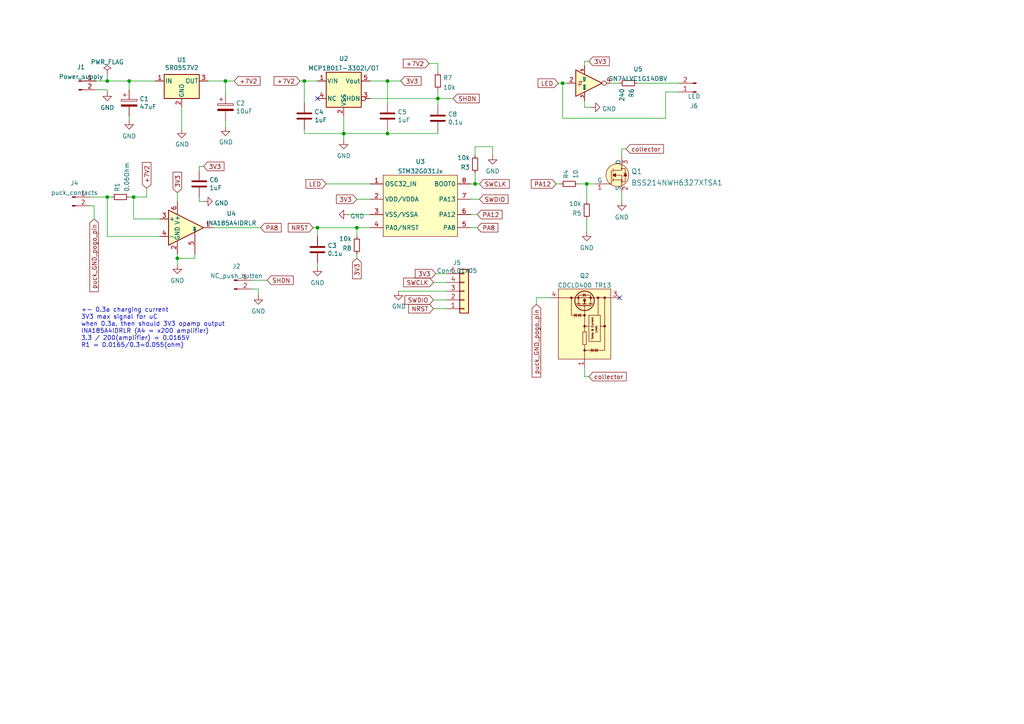
<source format=kicad_sch>
(kicad_sch (version 20211123) (generator eeschema)
  (paper "A4")
  (lib_symbols
    (symbol "74xGxx:SN74LVC1G14DBV"
      (property "Reference" "U" (at -2.54 5.08 0))
      (property "Value" "SN74LVC1G14DBV" (at 10.16 5.08 0))
      (symbol "SN74LVC1G14DBV_0_1"
        (polyline (pts (xy -1.016 0.508) (xy -0.508 0.508)))
        (polyline (pts (xy -2.54 3.81) (xy -2.54 -3.81) (xy 5.08 0) (xy -2.54 3.81)) (stroke (width 0.254)) (fill (type background)))
        (polyline (pts (xy -1.524 -0.508) (xy -1.524 0.508) (xy -1.016 0.508) (xy -1.016 -0.508) (xy -2.032 -0.508)))
        (circle (center 5.715 0) (radius 0.635))
      )
      (symbol "SN74LVC1G14DBV_1_1"
        (pin no_connect line (at 5.08 0 180) (length 2.54) hide (name "NC") (number "1"))
        (pin input line (at -5.08 0 0) (length 2.54) (name "~") (number "2"))
        (pin power_in line (at 0 -5.08 90) (length 2.54) (name "GND") (number "3"))
        (pin output line (at 7.62 0 180) (length 1.27) (name "~") (number "4"))
        (pin power_in line (at 0 5.08 270) (length 2.54) (name "VCC") (number "5"))
      )
    )
    (symbol "Amplifier_Current:INA181" (pin_names (offset 0.127))
      (property "Reference" "U" (at 3.81 3.81 0))
      (property "Value" "INA181" (at 3.81 -2.54 0))
      (symbol "INA181_0_1"
        (polyline (pts (xy 5.08 0) (xy -5.08 5.08) (xy -5.08 -5.08) (xy 5.08 0)) (stroke (width 0.254)) (fill (type background)))
      )
      (symbol "INA181_1_1"
        (pin output line (at 7.62 0 180) (length 2.54) (name "~") (number "1"))
        (pin power_in line (at -2.54 -7.62 90) (length 3.81) (name "GND") (number "2"))
        (pin input line (at -7.62 2.54 0) (length 2.54) (name "+") (number "3"))
        (pin input line (at -7.62 -2.54 0) (length 2.54) (name "-") (number "4"))
        (pin input line (at 2.54 -7.62 90) (length 6.35) (name "REF") (number "5"))
        (pin power_in line (at -2.54 7.62 270) (length 3.81) (name "V+") (number "6"))
      )
    )
    (symbol "Connector:Conn_01x02_Male" (pin_names (offset 1.016) hide)
      (property "Reference" "J" (at 0 2.54 0))
      (property "Value" "Conn_01x02_Male" (at 0 -5.08 0))
      (symbol "Conn_01x02_Male_1_1"
        (polyline (pts (xy 1.27 -2.54) (xy 0.8636 -2.54)) (stroke (width 0.1524)))
        (polyline (pts (xy 1.27 0) (xy 0.8636 0)) (stroke (width 0.1524)))
        (rectangle (start 0.8636 -2.413) (end 0 -2.667) (stroke (width 0.1524)) (fill (type outline)))
        (rectangle (start 0.8636 0.127) (end 0 -0.127) (stroke (width 0.1524)) (fill (type outline)))
        (pin passive line (at 5.08 0 180) (length 3.81) (name "Pin_1") (number "1"))
        (pin passive line (at 5.08 -2.54 180) (length 3.81) (name "Pin_2") (number "2"))
      )
    )
    (symbol "Connector_Generic:Conn_01x05" (pin_names (offset 1.016) hide)
      (property "Reference" "J" (at 0 7.62 0))
      (property "Value" "Conn_01x05" (at 0 -7.62 0))
      (symbol "Conn_01x05_1_1"
        (rectangle (start -1.27 -4.953) (end 0 -5.207) (stroke (width 0.1524)))
        (rectangle (start -1.27 -2.413) (end 0 -2.667) (stroke (width 0.1524)))
        (rectangle (start -1.27 0.127) (end 0 -0.127) (stroke (width 0.1524)))
        (rectangle (start -1.27 2.667) (end 0 2.413) (stroke (width 0.1524)))
        (rectangle (start -1.27 5.207) (end 0 4.953) (stroke (width 0.1524)))
        (rectangle (start -1.27 6.35) (end 1.27 -6.35) (stroke (width 0.254)) (fill (type background)))
        (pin passive line (at -5.08 5.08 0) (length 3.81) (name "Pin_1") (number "1"))
        (pin passive line (at -5.08 2.54 0) (length 3.81) (name "Pin_2") (number "2"))
        (pin passive line (at -5.08 0 0) (length 3.81) (name "Pin_3") (number "3"))
        (pin passive line (at -5.08 -2.54 0) (length 3.81) (name "Pin_4") (number "4"))
        (pin passive line (at -5.08 -5.08 0) (length 3.81) (name "Pin_5") (number "5"))
      )
    )
    (symbol "Device:C" (pin_numbers hide) (pin_names (offset 0.254))
      (property "Reference" "C" (at 0.635 2.54 0))
      (property "Value" "C" (at 0.635 -2.54 0))
      (symbol "C_0_1"
        (polyline (pts (xy -2.032 -0.762) (xy 2.032 -0.762)) (stroke (width 0.508)))
        (polyline (pts (xy -2.032 0.762) (xy 2.032 0.762)) (stroke (width 0.508)))
      )
      (symbol "C_1_1"
        (pin passive line (at 0 3.81 270) (length 2.794) (name "~") (number "1"))
        (pin passive line (at 0 -3.81 90) (length 2.794) (name "~") (number "2"))
      )
    )
    (symbol "Device:CP" (pin_numbers hide) (pin_names (offset 0.254))
      (property "Reference" "C" (at 0.635 2.54 0))
      (property "Value" "Device_CP" (at 0.635 -2.54 0))
      (symbol "CP_0_1"
        (rectangle (start -2.286 0.508) (end 2.286 1.016))
        (polyline (pts (xy -1.778 2.286) (xy -0.762 2.286)))
        (polyline (pts (xy -1.27 2.794) (xy -1.27 1.778)))
        (rectangle (start 2.286 -0.508) (end -2.286 -1.016) (fill (type outline)))
      )
      (symbol "CP_1_1"
        (pin passive line (at 0 3.81 270) (length 2.794) (name "~") (number "1"))
        (pin passive line (at 0 -3.81 90) (length 2.794) (name "~") (number "2"))
      )
    )
    (symbol "Device:R_Small" (pin_numbers hide) (pin_names (offset 0.254) hide)
      (property "Reference" "R" (at 0.762 0.508 0))
      (property "Value" "R_Small" (at 0.762 -1.016 0))
      (symbol "R_Small_0_1"
        (rectangle (start -0.762 1.778) (end 0.762 -1.778) (stroke (width 0.2032)))
      )
      (symbol "R_Small_1_1"
        (pin passive line (at 0 2.54 270) (length 0.762) (name "~") (number "1"))
        (pin passive line (at 0 -2.54 90) (length 0.762) (name "~") (number "2"))
      )
    )
    (symbol "Driver_FET:NCV8402xST" (pin_names (offset 0) hide)
      (property "Reference" "Q" (at 5.08 8.89 0))
      (property "Value" "NCV8402xST" (at -11.43 8.89 0))
      (symbol "NCV8402xST_0_0"
        (rectangle (start -10.16 7.62) (end 10.16 -7.62) (fill (type background)))
        (rectangle (start -5.969 0.508) (end -2.286 -0.508))
        (polyline (pts (xy 7.62 2.54) (xy 7.62 -7.62)))
        (polyline (pts (xy 7.62 2.54) (xy 7.62 7.62)))
        (polyline (pts (xy -0.635 -1.27) (xy -0.635 -0.635) (xy -0.635 0)))
        (polyline (pts (xy 2.54 0) (xy -2.286 0) (xy -0.889 0)))
        (polyline (pts (xy 2.54 0) (xy 2.54 3.81) (xy 7.62 3.81)))
        (polyline (pts (xy 7.62 -5.842) (xy -0.635 -5.842) (xy -0.635 -4.572)))
        (polyline (pts (xy -0.635 -5.842) (xy -7.62 -5.842) (xy -7.62 0) (xy -6.096 0)))
        (text "Limit" (at -1.524 -3.429 0) (effects (font (size 0.5334 0.5334))))
        (text "Temp & Current" (at -1.27 -2.286 0) (effects (font (size 0.5334 0.5334))))
      )
      (symbol "NCV8402xST_0_1"
        (rectangle (start -5.08 -1.27) (end 2.54 -4.572))
        (polyline (pts (xy -7.62 0) (xy -10.16 0)))
        (polyline (pts (xy 7.62 -3.937) (xy 2.667 -3.937)))
      )
      (symbol "NCV8402xST_1_1"
        (circle (center -7.62 0) (radius 0.2794) (fill (type outline)))
        (circle (center -0.635 -5.842) (radius 0.2794) (fill (type outline)))
        (circle (center -0.635 0) (radius 0.2794) (fill (type outline)))
        (polyline (pts (xy 2.54 0) (xy 5.334 0)))
        (polyline (pts (xy 5.842 -1.778) (xy 7.62 -1.778)))
        (polyline (pts (xy 5.842 -1.27) (xy 5.842 -2.286)) (stroke (width 0.254)))
        (polyline (pts (xy 5.842 0) (xy 7.62 0)))
        (polyline (pts (xy 5.842 0.508) (xy 5.842 -0.508)) (stroke (width 0.254)))
        (polyline (pts (xy 5.842 1.778) (xy 7.62 1.778)))
        (polyline (pts (xy 5.842 2.286) (xy 5.842 1.27)) (stroke (width 0.254)))
        (polyline (pts (xy 7.62 -1.778) (xy 7.62 -2.54)))
        (polyline (pts (xy 7.62 -1.778) (xy 7.62 0)))
        (polyline (pts (xy 7.62 2.54) (xy 7.62 1.778)))
        (polyline (pts (xy 5.334 1.905) (xy 5.334 -1.905) (xy 5.334 -1.905)) (stroke (width 0.254)))
        (polyline (pts (xy -8.128 -1.778) (xy -8.001 -1.905) (xy -7.239 -1.905) (xy -7.112 -2.032)))
        (polyline (pts (xy -7.62 -3.683) (xy -7.239 -3.048) (xy -8.001 -3.048) (xy -7.62 -3.683)))
        (polyline (pts (xy -7.62 -1.905) (xy -8.001 -2.54) (xy -7.239 -2.54) (xy -7.62 -1.905)))
        (polyline (pts (xy -7.112 -3.81) (xy -7.239 -3.683) (xy -8.001 -3.683) (xy -8.128 -3.556)))
        (polyline (pts (xy 2.032 3.048) (xy 2.159 2.921) (xy 2.921 2.921) (xy 3.048 2.794)))
        (polyline (pts (xy 2.54 1.143) (xy 2.921 1.778) (xy 2.159 1.778) (xy 2.54 1.143)))
        (polyline (pts (xy 2.54 2.921) (xy 2.159 2.286) (xy 2.921 2.286) (xy 2.54 2.921)))
        (polyline (pts (xy 3.048 1.016) (xy 2.921 1.143) (xy 2.159 1.143) (xy 2.032 1.27)))
        (polyline (pts (xy 6.096 0) (xy 7.112 0.381) (xy 7.112 -0.381) (xy 6.096 0)) (fill (type outline)))
        (polyline (pts (xy 7.62 -1.778) (xy 8.382 -1.778) (xy 8.382 1.778) (xy 7.62 1.778)))
        (polyline (pts (xy 7.874 0.508) (xy 8.001 0.381) (xy 8.763 0.381) (xy 8.89 0.254)))
        (polyline (pts (xy 8.382 0.381) (xy 8.001 -0.254) (xy 8.763 -0.254) (xy 8.382 0.381)))
        (circle (center 2.54 0) (radius 0.2794) (fill (type outline)))
        (circle (center 6.731 0) (radius 2.8194) (stroke (width 0.254)))
        (circle (center 7.62 -5.842) (radius 0.2794) (fill (type outline)))
        (circle (center 7.62 -3.937) (radius 0.2794) (fill (type outline)))
        (circle (center 7.62 -1.778) (radius 0.2794) (fill (type outline)))
        (circle (center 7.62 1.778) (radius 0.2794) (fill (type outline)))
        (circle (center 7.62 3.81) (radius 0.2794) (fill (type outline)))
        (pin input line (at -12.7 0 0) (length 2.54) (name "G") (number "1"))
        (pin passive line (at 7.62 10.16 270) (length 2.54) hide (name "D") (number "2"))
        (pin passive line (at 7.62 -10.16 90) (length 2.54) (name "S") (number "3"))
        (pin passive line (at 7.62 10.16 270) (length 2.54) (name "D") (number "4"))
      )
    )
    (symbol "Regulator_Switching:LM2733YMF" (pin_names (offset 0.254))
      (property "Reference" "U?" (at 0 9.0465 0))
      (property "Value" "LM2733YMF" (at 0 6.2714 0))
      (symbol "LM2733YMF_0_1"
        (rectangle (start -5.08 5.08) (end 5.08 -5.08) (stroke (width 0.254)) (fill (type background)))
      )
      (symbol "LM2733YMF_1_1"
        (pin input line (at -7.62 2.54 0) (length 2.54) (name "VIN") (number "1"))
        (pin power_in line (at 0 -7.62 90) (length 2.54) (name "VSS") (number "2"))
        (pin input inverted (at 7.62 -2.54 180) (length 2.54) (name "SHDN") (number "3"))
        (pin input line (at -7.62 -2.54 0) (length 2.54) (name "NC") (number "4"))
        (pin output line (at 7.62 2.54 180) (length 2.54) (name "Vout") (number "5"))
      )
    )
    (symbol "Regulator_Switching:R-78E5.0-1.0" (pin_names (offset 0.254))
      (property "Reference" "U" (at -3.81 3.175 0))
      (property "Value" "R-78E5.0-1.0" (at 0 3.175 0))
      (symbol "R-78E5.0-1.0_0_1"
        (rectangle (start -5.08 1.905) (end 5.08 -5.08) (stroke (width 0.254)) (fill (type background)))
      )
      (symbol "R-78E5.0-1.0_1_1"
        (pin power_in line (at -7.62 0 0) (length 2.54) (name "IN") (number "1"))
        (pin power_in line (at 0 -7.62 90) (length 2.54) (name "GND") (number "2"))
        (pin power_out line (at 7.62 0 180) (length 2.54) (name "OUT") (number "3"))
      )
    )
    (symbol "STM32G031Jx_SO8N_pinout:STM32G031Jx"
      (property "Reference" "U3" (at 0.635 12.8057 0))
      (property "Value" "STM32G031Jx" (at 0.635 10.0306 0))
      (symbol "STM32G031Jx_0_1"
        (rectangle (start -10.16 8.89) (end 11.43 -8.89) (stroke (width 0.1524)) (fill (type background)))
      )
      (symbol "STM32G031Jx_1_1"
        (pin input line (at -13.97 6.35 0) (length 3.81) (name "OSC32_IN") (number "1"))
        (pin input line (at -13.97 1.905 0) (length 3.81) (name "VDD/VDDA") (number "2"))
        (pin input line (at -13.97 -2.54 0) (length 3.81) (name "VSS/VSSA") (number "3"))
        (pin input line (at -13.97 -6.35 0) (length 3.81) (name "PA0/NRST") (number "4"))
        (pin input line (at 15.24 -6.35 180) (length 3.81) (name "PA8") (number "5"))
        (pin input line (at 15.24 -2.54 180) (length 3.81) (name "PA12") (number "6"))
        (pin input line (at 15.24 1.905 180) (length 3.81) (name "PA13") (number "7"))
        (pin input line (at 15.24 6.35 180) (length 3.81) (name "BOOT0") (number "8"))
      )
    )
    (symbol "dk_Transistors-FETs-MOSFETs-Single:2N7002" (pin_names (offset 0))
      (property "Reference" "Q" (at -2.6924 3.6322 0))
      (property "Value" "2N7002" (at 3.4544 0 90))
      (symbol "2N7002_0_1"
        (circle (center -1.27 0) (radius 3.302) (fill (type background)))
        (circle (center 0 -1.905) (radius 0.127))
        (circle (center 0 -1.397) (radius 0.127))
        (polyline (pts (xy 0 -1.397) (xy -2.54 -1.397)))
        (polyline (pts (xy -5.08 -2.54) (xy -3.048 -2.54) (xy -3.048 1.397)))
        (polyline (pts (xy 0 -2.54) (xy 0 0) (xy -2.54 0)))
        (polyline (pts (xy 0 2.54) (xy 0 1.397) (xy -2.54 1.397)))
        (polyline (pts (xy -0.127 -1.905) (xy 1.016 -1.905) (xy 1.016 1.397) (xy 1.016 1.905) (xy -0.127 1.905)))
        (circle (center 0 1.905) (radius 0.127))
      )
      (symbol "2N7002_1_1"
        (polyline (pts (xy -2.54 -1.397) (xy -2.54 -1.905)))
        (polyline (pts (xy -2.54 -1.397) (xy -2.54 -0.889)))
        (polyline (pts (xy -2.54 0) (xy -2.54 -0.508)))
        (polyline (pts (xy -2.54 0) (xy -2.54 0.508)))
        (polyline (pts (xy -2.54 1.905) (xy -2.54 0.889)))
        (polyline (pts (xy 1.524 0.508) (xy 0.508 0.508)))
        (polyline (pts (xy -2.54 0) (xy -1.778 0.508) (xy -1.778 -0.508) (xy -2.54 0)) (fill (type outline)))
        (polyline (pts (xy 1.016 0.508) (xy 0.508 -0.254) (xy 1.524 -0.254) (xy 1.016 0.508)) (fill (type outline)))
        (pin bidirectional line (at -7.62 -2.54 0) (length 2.54) (name "G") (number "1"))
        (pin bidirectional line (at 0 -5.08 90) (length 2.54) (name "S") (number "2"))
        (pin bidirectional line (at 0 5.08 270) (length 2.54) (name "D") (number "3"))
      )
    )
    (symbol "power:GND" (power) (pin_names (offset 0))
      (property "Value" "GND" (at 0 -3.81 0))
      (symbol "GND_0_1"
        (polyline (pts (xy 0 0) (xy 0 -1.27) (xy 1.27 -1.27) (xy 0 -2.54) (xy -1.27 -1.27) (xy 0 -1.27)))
      )
      (symbol "GND_1_1"
        (pin power_in line (at 0 0 270) (length 0) hide (name "GND") (number "1"))
      )
    )
    (symbol "power:PWR_FLAG" (power) (pin_numbers hide) (pin_names (offset 0) hide)
      (property "Value" "PWR_FLAG" (at 0 3.81 0))
      (symbol "PWR_FLAG_0_0"
        (pin power_out line (at 0 0 90) (length 0) (name "pwr") (number "1"))
      )
      (symbol "PWR_FLAG_0_1"
        (polyline (pts (xy 0 0) (xy 0 1.27) (xy -1.016 1.905) (xy 0 2.54) (xy 1.016 1.905) (xy 0 1.27)))
      )
    )
  )
  (junction (at 65.405 23.495))
  (junction (at 37.465 23.495))
  (junction (at 92.075 66.04))
  (junction (at 112.395 38.735))
  (junction (at 137.795 53.34))
  (junction (at 163.195 24.13))
  (junction (at 51.435 74.93))
  (junction (at 112.395 23.495))
  (junction (at 170.18 53.34))
  (junction (at 127 28.575))
  (junction (at 99.695 38.735))
  (junction (at 38.735 57.15))
  (junction (at 31.115 23.495))
  (junction (at 88.265 23.495))
  (junction (at 31.115 57.15))
  (junction (at 103.505 66.04))
  (no_connect (at 179.705 86.36))
  (no_connect (at 92.075 28.575))
  (wire (pts (xy 92.075 76.2) (xy 92.075 77.47)))
  (wire (pts (xy 107.315 23.495) (xy 112.395 23.495)))
  (wire (pts (xy 170.18 53.34) (xy 170.18 58.42)))
  (wire (pts (xy 127 28.575) (xy 131.445 28.575)))
  (wire (pts (xy 27.94 23.495) (xy 31.115 23.495)))
  (wire (pts (xy 51.435 73.66) (xy 51.435 74.93)))
  (wire (pts (xy 103.505 66.04) (xy 107.315 66.04)))
  (wire (pts (xy 51.435 55.88) (xy 51.435 58.42)))
  (wire (pts (xy 42.545 54.61) (xy 42.545 57.15)))
  (wire (pts (xy 59.055 48.26) (xy 57.785 48.26)))
  (wire (pts (xy 137.795 42.545) (xy 137.795 45.085)))
  (wire (pts (xy 37.465 26.035) (xy 37.465 23.495)))
  (wire (pts (xy 99.695 33.655) (xy 99.695 38.735)))
  (wire (pts (xy 26.035 57.15) (xy 31.115 57.15)))
  (wire (pts (xy 136.525 57.785) (xy 139.065 57.785)))
  (wire (pts (xy 180.34 55.88) (xy 180.34 58.42)))
  (wire (pts (xy 103.505 66.04) (xy 103.505 68.58)))
  (wire (pts (xy 136.525 53.34) (xy 137.795 53.34)))
  (wire (pts (xy 100.965 62.23) (xy 107.315 62.23)))
  (wire (pts (xy 169.545 109.22) (xy 170.815 109.22)))
  (wire (pts (xy 137.795 50.165) (xy 137.795 53.34)))
  (wire (pts (xy 74.93 85.725) (xy 74.93 83.82)))
  (wire (pts (xy 61.595 66.04) (xy 75.565 66.04)))
  (wire (pts (xy 142.875 42.545) (xy 137.795 42.545)))
  (wire (pts (xy 57.785 58.42) (xy 59.055 58.42)))
  (wire (pts (xy 124.46 18.415) (xy 127 18.415)))
  (wire (pts (xy 137.795 53.34) (xy 139.065 53.34)))
  (wire (pts (xy 88.265 38.735) (xy 99.695 38.735)))
  (wire (pts (xy 184.785 24.13) (xy 196.85 24.13)))
  (wire (pts (xy 31.115 26.035) (xy 27.94 26.035)))
  (wire (pts (xy 170.18 63.5) (xy 170.18 67.31)))
  (wire (pts (xy 127 26.035) (xy 127 28.575)))
  (wire (pts (xy 193.04 34.29) (xy 163.195 34.29)))
  (wire (pts (xy 65.405 34.925) (xy 65.405 36.83)))
  (wire (pts (xy 161.925 24.13) (xy 163.195 24.13)))
  (wire (pts (xy 169.545 17.78) (xy 169.545 19.05)))
  (wire (pts (xy 38.735 57.15) (xy 42.545 57.15)))
  (wire (pts (xy 37.465 57.15) (xy 38.735 57.15)))
  (wire (pts (xy 92.075 66.04) (xy 103.505 66.04)))
  (wire (pts (xy 180.34 43.18) (xy 180.34 45.72)))
  (wire (pts (xy 73.025 81.28) (xy 77.47 81.28)))
  (wire (pts (xy 112.395 23.495) (xy 112.395 29.845)))
  (wire (pts (xy 46.355 68.58) (xy 31.115 68.58)))
  (wire (pts (xy 107.315 28.575) (xy 127 28.575)))
  (wire (pts (xy 125.73 81.915) (xy 129.54 81.915)))
  (wire (pts (xy 177.165 24.13) (xy 179.705 24.13)))
  (wire (pts (xy 92.075 66.04) (xy 92.075 68.58)))
  (wire (pts (xy 60.325 23.495) (xy 65.405 23.495)))
  (wire (pts (xy 112.395 38.735) (xy 127 38.735)))
  (wire (pts (xy 94.615 53.34) (xy 107.315 53.34)))
  (wire (pts (xy 170.18 53.34) (xy 172.72 53.34)))
  (wire (pts (xy 163.195 24.13) (xy 164.465 24.13)))
  (wire (pts (xy 193.04 26.67) (xy 193.04 34.29)))
  (wire (pts (xy 31.115 68.58) (xy 31.115 57.15)))
  (wire (pts (xy 90.805 66.04) (xy 92.075 66.04)))
  (wire (pts (xy 125.73 86.995) (xy 129.54 86.995)))
  (wire (pts (xy 155.575 86.36) (xy 159.385 86.36)))
  (wire (pts (xy 170.815 17.78) (xy 169.545 17.78)))
  (wire (pts (xy 112.395 23.495) (xy 116.205 23.495)))
  (wire (pts (xy 193.04 26.67) (xy 196.85 26.67)))
  (wire (pts (xy 57.785 48.26) (xy 57.785 49.53)))
  (wire (pts (xy 129.54 79.375) (xy 126.365 79.375)))
  (wire (pts (xy 37.465 23.495) (xy 45.085 23.495)))
  (wire (pts (xy 103.505 57.785) (xy 107.315 57.785)))
  (wire (pts (xy 51.435 74.93) (xy 51.435 76.835)))
  (wire (pts (xy 88.265 23.495) (xy 92.075 23.495)))
  (wire (pts (xy 38.735 57.15) (xy 38.735 63.5)))
  (wire (pts (xy 167.64 53.34) (xy 170.18 53.34)))
  (wire (pts (xy 181.61 43.18) (xy 180.34 43.18)))
  (wire (pts (xy 31.115 21.59) (xy 31.115 23.495)))
  (wire (pts (xy 125.73 89.535) (xy 129.54 89.535)))
  (wire (pts (xy 52.705 31.115) (xy 52.705 37.465)))
  (wire (pts (xy 37.465 34.925) (xy 37.465 33.655)))
  (wire (pts (xy 56.515 73.66) (xy 56.515 74.93)))
  (wire (pts (xy 74.93 83.82) (xy 73.025 83.82)))
  (wire (pts (xy 27.305 63.5) (xy 27.305 59.69)))
  (wire (pts (xy 163.195 34.29) (xy 163.195 24.13)))
  (wire (pts (xy 99.695 38.735) (xy 112.395 38.735)))
  (wire (pts (xy 136.525 66.04) (xy 138.43 66.04)))
  (wire (pts (xy 103.505 73.66) (xy 103.505 74.93)))
  (wire (pts (xy 169.545 31.115) (xy 169.545 29.21)))
  (wire (pts (xy 112.395 37.465) (xy 112.395 38.735)))
  (wire (pts (xy 65.405 23.495) (xy 67.945 23.495)))
  (wire (pts (xy 136.525 62.23) (xy 138.43 62.23)))
  (wire (pts (xy 86.995 23.495) (xy 88.265 23.495)))
  (wire (pts (xy 169.545 106.68) (xy 169.545 109.22)))
  (wire (pts (xy 129.54 84.455) (xy 115.57 84.455)))
  (wire (pts (xy 88.265 37.465) (xy 88.265 38.735)))
  (wire (pts (xy 31.115 57.15) (xy 32.385 57.15)))
  (wire (pts (xy 99.695 38.735) (xy 99.695 40.64)))
  (wire (pts (xy 127 38.735) (xy 127 38.1)))
  (wire (pts (xy 169.545 31.115) (xy 171.45 31.115)))
  (wire (pts (xy 127 18.415) (xy 127 20.955)))
  (wire (pts (xy 27.305 59.69) (xy 26.035 59.69)))
  (wire (pts (xy 65.405 27.305) (xy 65.405 23.495)))
  (wire (pts (xy 31.115 26.67) (xy 31.115 26.035)))
  (wire (pts (xy 57.785 57.15) (xy 57.785 58.42)))
  (wire (pts (xy 88.265 23.495) (xy 88.265 29.845)))
  (wire (pts (xy 161.29 53.34) (xy 162.56 53.34)))
  (wire (pts (xy 38.735 63.5) (xy 46.355 63.5)))
  (wire (pts (xy 142.875 45.085) (xy 142.875 42.545)))
  (wire (pts (xy 31.115 23.495) (xy 37.465 23.495)))
  (wire (pts (xy 127 30.48) (xy 127 28.575)))
  (wire (pts (xy 155.575 86.36) (xy 155.575 88.265)))
  (wire (pts (xy 56.515 74.93) (xy 51.435 74.93)))
  (text "+- 0.3a charging current\n3V3 max signal for uC\nwhen 0.3a, then should 3V3 opamp output\nINA185A4IDRLR (A4 = x200 amplifier)\n3.3 / 200(amplifier) = 0.0165V\nR1 = 0.0165/0.3=0.055(ohm)" (at 23.495 100.965 0) (effects (font (size 1.27 1.27)) (justify left bottom)))
  (global_label "PA12" (shape input) (at 161.29 53.34 180) (property "Intersheet References" "${INTERSHEET_REFS}" (effects hide)))
  (global_label "LED" (shape input) (at 94.615 53.34 180) (property "Intersheet References" "${INTERSHEET_REFS}" (effects hide)))
  (global_label "3V3" (shape input) (at 103.505 74.93 270) (property "Intersheet References" "${INTERSHEET_REFS}" (effects hide)))
  (global_label "PA8" (shape input) (at 138.43 66.04 0) (property "Intersheet References" "${INTERSHEET_REFS}" (effects hide)))
  (global_label "puck_GND_pogo_pin" (shape input) (at 27.305 63.5 270) (property "Intersheet References" "${INTERSHEET_REFS}" (effects hide)))
  (global_label "SWCLK" (shape input) (at 139.065 53.34 0) (property "Intersheet References" "${INTERSHEET_REFS}" (effects hide)))
  (global_label "puck_GND_pogo_pin" (shape input) (at 155.575 88.265 270) (property "Intersheet References" "${INTERSHEET_REFS}" (effects hide)))
  (global_label "SHDN" (shape input) (at 77.47 81.28 0) (property "Intersheet References" "${INTERSHEET_REFS}" (effects hide)))
  (global_label "3V3" (shape input) (at 126.365 79.375 180) (property "Intersheet References" "${INTERSHEET_REFS}" (effects hide)))
  (global_label "collector" (shape input) (at 170.815 109.22 0) (property "Intersheet References" "${INTERSHEET_REFS}" (effects hide)))
  (global_label "SHDN" (shape input) (at 131.445 28.575 0) (property "Intersheet References" "${INTERSHEET_REFS}" (effects hide)))
  (global_label "3V3" (shape input) (at 116.205 23.495 0) (property "Intersheet References" "${INTERSHEET_REFS}" (effects hide)))
  (global_label "NRST" (shape input) (at 90.805 66.04 180) (property "Intersheet References" "${INTERSHEET_REFS}" (effects hide)))
  (global_label "SWDIO" (shape input) (at 125.73 86.995 180) (property "Intersheet References" "${INTERSHEET_REFS}" (effects hide)))
  (global_label "SWCLK" (shape input) (at 125.73 81.915 180) (property "Intersheet References" "${INTERSHEET_REFS}" (effects hide)))
  (global_label "+7V2" (shape input) (at 86.995 23.495 180) (property "Intersheet References" "${INTERSHEET_REFS}" (effects hide)))
  (global_label "3V3" (shape input) (at 170.815 17.78 0) (property "Intersheet References" "${INTERSHEET_REFS}" (effects hide)))
  (global_label "+7V2" (shape input) (at 42.545 54.61 90) (property "Intersheet References" "${INTERSHEET_REFS}" (effects hide)))
  (global_label "+7V2" (shape input) (at 124.46 18.415 180) (property "Intersheet References" "${INTERSHEET_REFS}" (effects hide)))
  (global_label "3V3" (shape input) (at 59.055 48.26 0) (property "Intersheet References" "${INTERSHEET_REFS}" (effects hide)))
  (global_label "3V3" (shape input) (at 51.435 55.88 90) (property "Intersheet References" "${INTERSHEET_REFS}" (effects hide)))
  (global_label "PA12" (shape input) (at 138.43 62.23 0) (property "Intersheet References" "${INTERSHEET_REFS}" (effects hide)))
  (global_label "3V3" (shape input) (at 103.505 57.785 180) (property "Intersheet References" "${INTERSHEET_REFS}" (effects hide)))
  (global_label "SWDIO" (shape input) (at 139.065 57.785 0) (property "Intersheet References" "${INTERSHEET_REFS}" (effects hide)))
  (global_label "PA8" (shape input) (at 75.565 66.04 0) (property "Intersheet References" "${INTERSHEET_REFS}" (effects hide)))
  (global_label "LED" (shape input) (at 161.925 24.13 180) (property "Intersheet References" "${INTERSHEET_REFS}" (effects hide)))
  (global_label "collector" (shape input) (at 181.61 43.18 0) (property "Intersheet References" "${INTERSHEET_REFS}" (effects hide)))
  (global_label "NRST" (shape input) (at 125.73 89.535 180) (property "Intersheet References" "${INTERSHEET_REFS}" (effects hide)))
  (global_label "+7V2" (shape input) (at 67.945 23.495 0) (property "Intersheet References" "${INTERSHEET_REFS}" (effects hide)))
  (symbol (lib_id "Device:R_Small") (at 34.925 57.15 90) (unit 1)
    (property "Reference" "R1" (at 34.0165 55.6514 0) (effects (justify left)))
    (property "Value" "0.06Ohm" (at 36.7916 55.6514 0) (effects (justify left)))
    (property "Footprint" "Resistor_SMD:R_0603_1608Metric_Pad0.98x0.95mm_HandSolder" (effects hide))
  )
  (symbol (lib_id "Driver_FET:NCV8402xST") (at 169.545 93.98 90) (unit 1)
    (property "Reference" "Q2" (at 169.545 79.9805 90))
    (property "Value" "CDCLD400 TR13" (at 169.545 82.7556 90))
    (property "Footprint" "digikey-footprints:TO-252-3" (effects hide))
    (property "Datasheet" "https://www.onsemi.com/pub/Collateral/NCV8402-D.PDF" (effects hide))
  )
  (symbol (lib_id "STM32G031Jx_SO8N_pinout:STM32G031Jx") (at 121.285 59.69 0) (unit 1)
    (property "Reference" "U3" (at 121.92 46.8843 0))
    (property "Value" "STM32G031Jx" (at 121.92 49.6594 0))
    (property "Footprint" "digikey-footprints:SOIC-8_W3.9mm" (effects hide))
  )
  (symbol (lib_id "power:GND") (at 99.695 40.64 0) (unit 1)
    (property "Reference" "#PWR03" (effects hide))
    (property "Value" "GND" (at 99.695 45.2025 0))
  )
  (symbol (lib_id "Connector_Generic:Conn_01x05") (at 134.62 84.455 0) (mirror x) (unit 1)
    (property "Reference" "J5" (at 132.5372 76.2 0))
    (property "Value" "Conn_01x05" (at 132.5372 78.5114 0))
    (property "Footprint" "Connector_PinHeader_2.54mm:PinHeader_1x05_P2.54mm_Vertical" (effects hide))
  )
  (symbol (lib_id "Device:R_Small") (at 103.505 71.12 180) (unit 1)
    (property "Reference" "R8" (at 102.0064 72.0285 0) (effects (justify left)))
    (property "Value" "10k" (at 102.0064 69.2534 0) (effects (justify left)))
    (property "Footprint" "Resistor_SMD:R_0603_1608Metric_Pad0.98x0.95mm_HandSolder" (effects hide))
  )
  (symbol (lib_id "power:GND") (at 37.465 34.925 0) (unit 1)
    (property "Reference" "#PWR0106" (effects hide))
    (property "Value" "GND" (at 37.465 39.4875 0))
  )
  (symbol (lib_id "power:GND") (at 142.875 45.085 0) (unit 1)
    (property "Reference" "#PWR012" (effects hide))
    (property "Value" "GND" (at 142.875 49.6475 0))
  )
  (symbol (lib_id "power:GND") (at 51.435 76.835 0) (unit 1)
    (property "Reference" "#PWR05" (effects hide))
    (property "Value" "GND" (at 51.435 81.3975 0))
  )
  (symbol (lib_id "power:GND") (at 170.18 67.31 0) (unit 1)
    (property "Reference" "#PWR010" (effects hide))
    (property "Value" "GND" (at 170.18 71.8725 0))
  )
  (symbol (lib_id "Device:C") (at 57.785 53.34 0) (unit 1)
    (property "Reference" "C6" (at 60.706 52.1716 0) (effects (justify left)))
    (property "Value" "1uF" (at 60.706 54.483 0) (effects (justify left)))
    (property "Footprint" "Capacitor_SMD:C_0603_1608Metric_Pad1.08x0.95mm_HandSolder" (effects hide))
  )
  (symbol (lib_id "Device:R_Small") (at 170.18 60.96 180) (unit 1)
    (property "Reference" "R5" (at 168.6814 61.8685 0) (effects (justify left)))
    (property "Value" "10k" (at 168.6814 59.0934 0) (effects (justify left)))
    (property "Footprint" "Resistor_SMD:R_0603_1608Metric_Pad0.98x0.95mm_HandSolder" (effects hide))
  )
  (symbol (lib_id "power:GND") (at 52.705 37.465 0) (unit 1)
    (property "Reference" "#PWR0103" (effects hide))
    (property "Value" "GND" (at 52.832 41.8592 0))
  )
  (symbol (lib_id "Device:CP") (at 37.465 29.845 0) (unit 1)
    (property "Reference" "C1" (at 40.4622 28.6766 0) (effects (justify left)))
    (property "Value" "47uF" (at 40.4622 30.988 0) (effects (justify left)))
    (property "Footprint" "Capacitor_SMD:C_0805_2012Metric_Pad1.18x1.45mm_HandSolder" (effects hide))
  )
  (symbol (lib_id "Connector:Conn_01x02_Male") (at 201.93 26.67 180) (unit 1)
    (property "Reference" "J6" (at 201.295 30.7127 0))
    (property "Value" "LED" (at 201.295 27.9376 0))
    (property "Footprint" "Connector_JST:JST_EH_S2B-EH_1x02_P2.50mm_Horizontal" (effects hide))
  )
  (symbol (lib_id "Regulator_Switching:LM2733YMF") (at 99.695 26.035 0) (unit 1)
    (property "Reference" "U2" (at 99.695 16.9885 0))
    (property "Value" "MCP1801T-3302I/OT" (at 99.695 19.7636 0))
    (property "Footprint" "Package_TO_SOT_SMD:SOT-23-5" (effects hide))
    (property "Datasheet" "http://www.ti.com/lit/ds/symlink/lm2733.pdf" (effects hide))
  )
  (symbol (lib_id "Regulator_Switching:R-78E5.0-1.0") (at 52.705 23.495 0) (unit 1)
    (property "Reference" "U1" (at 52.705 17.3482 0))
    (property "Value" "SR05S7V2" (at 52.705 19.6596 0))
    (property "Footprint" "Converter_DCDC:Converter_DCDC_RECOM_R-78E-0.5_THT" (effects hide))
    (property "Datasheet" "https://www.recom-power.com/pdf/Innoline/R-78Exx-1.0.pdf" (effects hide))
  )
  (symbol (lib_id "Device:C") (at 127 34.29 0) (unit 1)
    (property "Reference" "C8" (at 129.921 33.1216 0) (effects (justify left)))
    (property "Value" "0.1u" (at 129.921 35.433 0) (effects (justify left)))
    (property "Footprint" "Capacitor_SMD:C_0603_1608Metric_Pad1.08x0.95mm_HandSolder" (effects hide))
  )
  (symbol (lib_id "Device:C") (at 112.395 33.655 0) (unit 1)
    (property "Reference" "C5" (at 115.316 32.4866 0) (effects (justify left)))
    (property "Value" "1uF" (at 115.316 34.798 0) (effects (justify left)))
    (property "Footprint" "Capacitor_SMD:C_0603_1608Metric_Pad1.08x0.95mm_HandSolder" (effects hide))
  )
  (symbol (lib_id "Device:R_Small") (at 127 23.495 0) (unit 1)
    (property "Reference" "R7" (at 128.4986 22.5865 0) (effects (justify left)))
    (property "Value" "10k" (at 128.4986 25.3616 0) (effects (justify left)))
    (property "Footprint" "Resistor_SMD:R_0603_1608Metric_Pad0.98x0.95mm_HandSolder" (effects hide))
  )
  (symbol (lib_id "Connector:Conn_01x02_Male") (at 22.86 23.495 0) (unit 1)
    (property "Reference" "J1" (at 23.495 19.4523 0))
    (property "Value" "Power_supply" (at 23.495 22.2274 0))
    (property "Footprint" "Connector_JST:JST_EH_S2B-EH_1x02_P2.50mm_Horizontal" (effects hide))
  )
  (symbol (lib_id "Device:R_Small") (at 165.1 53.34 90) (unit 1)
    (property "Reference" "R4" (at 164.1915 51.8414 0) (effects (justify left)))
    (property "Value" "10" (at 166.9666 51.8414 0) (effects (justify left)))
    (property "Footprint" "Resistor_SMD:R_0603_1608Metric_Pad0.98x0.95mm_HandSolder" (effects hide))
  )
  (symbol (lib_id "power:GND") (at 100.965 62.23 270) (unit 1)
    (property "Reference" "#PWR0101" (effects hide))
    (property "Value" "GND" (at 101.6 62.709 90) (effects (justify left)))
  )
  (symbol (lib_id "Device:C") (at 92.075 72.39 0) (unit 1)
    (property "Reference" "C3" (at 94.996 71.2216 0) (effects (justify left)))
    (property "Value" "0.1u" (at 94.996 73.533 0) (effects (justify left)))
    (property "Footprint" "Capacitor_SMD:C_0603_1608Metric_Pad1.08x0.95mm_HandSolder" (effects hide))
  )
  (symbol (lib_id "Device:C") (at 88.265 33.655 0) (unit 1)
    (property "Reference" "C4" (at 91.186 32.4866 0) (effects (justify left)))
    (property "Value" "1uF" (at 91.186 34.798 0) (effects (justify left)))
    (property "Footprint" "Capacitor_SMD:C_0603_1608Metric_Pad1.08x0.95mm_HandSolder" (effects hide))
  )
  (symbol (lib_id "power:GND") (at 74.93 85.725 0) (unit 1)
    (property "Reference" "#PWR015" (effects hide))
    (property "Value" "GND" (at 74.93 90.2875 0))
  )
  (symbol (lib_id "power:GND") (at 115.57 84.455 0) (unit 1)
    (property "Reference" "#PWR011" (effects hide))
    (property "Value" "GND" (at 115.697 88.8492 0))
  )
  (symbol (lib_id "Connector:Conn_01x02_Male") (at 67.945 81.28 0) (unit 1)
    (property "Reference" "J2" (at 68.58 77.2373 0))
    (property "Value" "NC_push_button" (at 68.58 80.0124 0))
    (property "Footprint" "Connector_JST:JST_EH_S2B-EH_1x02_P2.50mm_Horizontal" (effects hide))
  )
  (symbol (lib_id "power:GND") (at 65.405 36.83 0) (unit 1)
    (property "Reference" "#PWR0105" (effects hide))
    (property "Value" "GND" (at 65.532 41.2242 0))
  )
  (symbol (lib_id "74xGxx:SN74LVC1G14DBV") (at 169.545 24.13 0) (unit 1)
    (property "Reference" "U5" (at 185.0458 20.0365 0))
    (property "Value" "SN74LVC1G14DBV" (at 185.0458 22.8116 0))
    (property "Footprint" "Package_TO_SOT_SMD:TSOT-23-5" (effects hide))
    (property "Datasheet" "http://www.ti.com/lit/ds/symlink/sn74lvc1g14.pdf" (effects hide))
  )
  (symbol (lib_id "Device:CP") (at 65.405 31.115 0) (unit 1)
    (property "Reference" "C2" (at 68.4022 29.9466 0) (effects (justify left)))
    (property "Value" "10uF" (at 68.4022 32.258 0) (effects (justify left)))
    (property "Footprint" "Capacitor_SMD:C_0805_2012Metric_Pad1.18x1.45mm_HandSolder" (effects hide))
  )
  (symbol (lib_id "Connector:Conn_01x02_Male") (at 20.955 57.15 0) (unit 1)
    (property "Reference" "J4" (at 21.59 53.1073 0))
    (property "Value" "puck_contacts" (at 21.59 55.8824 0))
    (property "Footprint" "Connector_JST:JST_EH_S2B-EH_1x02_P2.50mm_Horizontal" (effects hide))
  )
  (symbol (lib_id "Device:R_Small") (at 137.795 47.625 180) (unit 1)
    (property "Reference" "R3" (at 136.2964 48.5335 0) (effects (justify left)))
    (property "Value" "10k" (at 136.2964 45.7584 0) (effects (justify left)))
    (property "Footprint" "Resistor_SMD:R_0603_1608Metric_Pad0.98x0.95mm_HandSolder" (effects hide))
  )
  (symbol (lib_id "power:GND") (at 92.075 77.47 0) (unit 1)
    (property "Reference" "#PWR0102" (effects hide))
    (property "Value" "GND" (at 92.075 82.0325 0))
  )
  (symbol (lib_id "power:PWR_FLAG") (at 31.115 21.59 0) (unit 1)
    (property "Reference" "#FLG0101" (effects hide))
    (property "Value" "PWR_FLAG" (at 31.115 17.9855 0))
  )
  (symbol (lib_id "Device:R_Small") (at 182.245 24.13 270) (unit 1)
    (property "Reference" "R6" (at 183.1535 25.6286 0) (effects (justify left)))
    (property "Value" "240" (at 180.3784 25.6286 0) (effects (justify left)))
    (property "Footprint" "Resistor_SMD:R_0603_1608Metric_Pad0.98x0.95mm_HandSolder" (effects hide))
  )
  (symbol (lib_id "Amplifier_Current:INA181") (at 53.975 66.04 0) (unit 1)
    (property "Reference" "U4" (at 67.093 61.9465 0))
    (property "Value" "INA185A4IDRLR" (at 67.093 64.7216 0))
    (property "Footprint" "Package_TO_SOT_SMD:SOT-563" (effects hide))
    (property "Datasheet" "http://www.ti.com/lit/ds/symlink/ina181.pdf" (effects hide))
  )
  (symbol (lib_id "power:GND") (at 59.055 58.42 90) (unit 1)
    (property "Reference" "#PWR06" (effects hide))
    (property "Value" "GND" (at 62.23 58.899 90) (effects (justify right)))
  )
  (symbol (lib_id "power:GND") (at 31.115 26.67 0) (unit 1)
    (property "Reference" "#PWR0104" (effects hide))
    (property "Value" "GND" (at 31.115 31.2325 0))
  )
  (symbol (lib_id "power:GND") (at 171.45 31.115 90) (unit 1)
    (property "Reference" "#PWR014" (effects hide))
    (property "Value" "GND" (at 174.625 31.594 90) (effects (justify right)))
  )
  (symbol (lib_id "power:GND") (at 180.34 58.42 0) (unit 1)
    (property "Reference" "#PWR09" (effects hide))
    (property "Value" "GND" (at 180.34 62.9825 0))
  )
  (symbol (lib_id "dk_Transistors-FETs-MOSFETs-Single:2N7002") (at 180.34 50.8 0) (unit 1)
    (property "Reference" "Q1" (at 183.007 49.7353 0) (effects (font (size 1.524 1.524)) (justify left)))
    (property "Value" "BSS214NWH6327XTSA1" (at 183.007 53.0143 0) (effects (font (size 1.524 1.524)) (justify left)))
    (property "Footprint" "digikey-footprints:SOT-323" (effects hide))
    (property "Datasheet" "https://www.onsemi.com/pub/Collateral/NDS7002A-D.PDF" (effects hide))
    (property "Digi-Key_PN" "2N7002NCT-ND" (effects hide))
    (property "MPN" "2N7002" (effects hide))
    (property "Category" "Discrete Semiconductor Products" (effects hide))
    (property "Family" "Transistors - FETs, MOSFETs - Single" (effects hide))
    (property "DK_Datasheet_Link" "https://www.onsemi.com/pub/Collateral/NDS7002A-D.PDF" (effects hide))
    (property "DK_Detail_Page" "/product-detail/en/on-semiconductor/2N7002/2N7002NCT-ND/244664" (effects hide))
    (property "Description" "MOSFET N-CH 60V 115MA SOT-23" (effects hide))
    (property "Manufacturer" "ON Semiconductor" (effects hide))
    (property "Status" "Active" (effects hide))
  )
)
</source>
